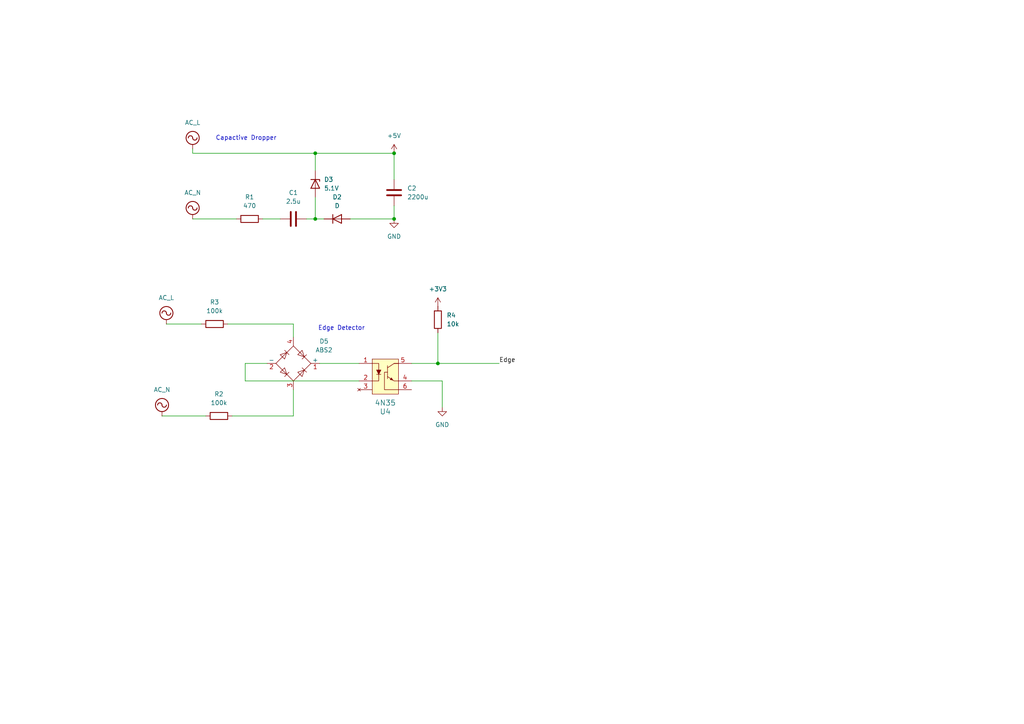
<source format=kicad_sch>
(kicad_sch (version 20231120) (generator "eeschema") (generator_version "8.0")
  (paper "A4")
  (lib_symbols
    (symbol "Device:C" (pin_numbers hide) (pin_names (offset 0.254))
      (property "Reference" "C" (at 0.635 2.54 0))
      (property "Value" "C" (at 0.635 -2.54 0))
      (symbol "C_0_1"
        (polyline (pts (xy -2.032 -0.762) (xy 2.032 -0.762)) (stroke (width 0.508)))
        (polyline (pts (xy -2.032 0.762) (xy 2.032 0.762)) (stroke (width 0.508)))
      )
      (symbol "C_1_1"
        (pin passive line (at 0 3.81 270) (length 2.794) (name "~") (number "1"))
        (pin passive line (at 0 -3.81 90) (length 2.794) (name "~") (number "2"))
      )
    )
    (symbol "Device:D" (pin_numbers hide) (pin_names (offset 1.016) hide)
      (property "Reference" "D" (at 0 2.54 0))
      (property "Value" "D" (at 0 -2.54 0))
      (symbol "D_0_1"
        (polyline (pts (xy -1.27 1.27) (xy -1.27 -1.27)) (stroke (width 0.254)))
        (polyline (pts (xy 1.27 0) (xy -1.27 0)))
        (polyline (pts (xy 1.27 1.27) (xy 1.27 -1.27) (xy -1.27 0) (xy 1.27 1.27)) (stroke (width 0.254)))
      )
      (symbol "D_1_1"
        (pin passive line (at -3.81 0 0) (length 2.54) (name "K") (number "1"))
        (pin passive line (at 3.81 0 180) (length 2.54) (name "A") (number "2"))
      )
    )
    (symbol "Device:D_Zener" (pin_numbers hide) (pin_names (offset 1.016) hide)
      (property "Reference" "D" (at 0 2.54 0))
      (property "Value" "D_Zener" (at 0 -2.54 0))
      (symbol "D_Zener_0_1"
        (polyline (pts (xy 1.27 0) (xy -1.27 0)))
        (polyline (pts (xy -1.27 -1.27) (xy -1.27 1.27) (xy -0.762 1.27)) (stroke (width 0.254)))
        (polyline (pts (xy 1.27 -1.27) (xy 1.27 1.27) (xy -1.27 0) (xy 1.27 -1.27)) (stroke (width 0.254)))
      )
      (symbol "D_Zener_1_1"
        (pin passive line (at -3.81 0 0) (length 2.54) (name "K") (number "1"))
        (pin passive line (at 3.81 0 180) (length 2.54) (name "A") (number "2"))
      )
    )
    (symbol "Device:R" (pin_numbers hide) (pin_names (offset 0))
      (property "Reference" "R" (at 2.032 0 90))
      (property "Value" "R" (at 0 0 90))
      (symbol "R_0_1"
        (rectangle (start -1.016 -2.54) (end 1.016 2.54) (stroke (width 0.254)))
      )
      (symbol "R_1_1"
        (pin passive line (at 0 3.81 270) (length 1.27) (name "~") (number "1"))
        (pin passive line (at 0 -3.81 90) (length 1.27) (name "~") (number "2"))
      )
    )
    (symbol "Diode_Bridge:ABS2" (pin_names (offset 0))
      (property "Reference" "D" (at 2.54 6.985 0))
      (property "Value" "ABS2" (at 2.54 5.08 0))
      (symbol "ABS2_0_1"
        (polyline (pts (xy -2.54 3.81) (xy -1.27 2.54)))
        (polyline (pts (xy -1.27 -2.54) (xy -2.54 -3.81)))
        (polyline (pts (xy 2.54 -1.27) (xy 3.81 -2.54)))
        (polyline (pts (xy 2.54 1.27) (xy 3.81 2.54)))
        (polyline (pts (xy -3.81 2.54) (xy -2.54 1.27) (xy -1.905 3.175) (xy -3.81 2.54)))
        (polyline (pts (xy -2.54 -1.27) (xy -3.81 -2.54) (xy -1.905 -3.175) (xy -2.54 -1.27)))
        (polyline (pts (xy 1.27 2.54) (xy 2.54 3.81) (xy 3.175 1.905) (xy 1.27 2.54)))
        (polyline (pts (xy 3.175 -1.905) (xy 1.27 -2.54) (xy 2.54 -3.81) (xy 3.175 -1.905)))
        (polyline (pts (xy -5.08 0) (xy 0 -5.08) (xy 5.08 0) (xy 0 5.08) (xy -5.08 0)))
      )
      (symbol "ABS2_1_1"
        (pin passive line (at 7.62 0 180) (length 2.54) (name "+") (number "1"))
        (pin passive line (at -7.62 0 0) (length 2.54) (name "-") (number "2"))
        (pin passive line (at 0 -7.62 90) (length 2.54) (name "~") (number "3"))
        (pin passive line (at 0 7.62 270) (length 2.54) (name "~") (number "4"))
      )
    )
    (symbol "dk_Optoisolators-Transistor-Photovoltaic-Output:4N35" (pin_names (offset 1.016))
      (property "Reference" "U" (at 0 5.08 0))
      (property "Value" "4N35" (at 0 -8.255 0))
      (symbol "4N35_0_1"
        (rectangle (start -3.81 3.81) (end 3.81 -6.35) (fill (type background)))
        (polyline (pts (xy -2.54 -0.635) (xy -1.27 -0.635)))
        (polyline (pts (xy 0.635 1.905) (xy 0.635 -1.905)))
        (polyline (pts (xy -3.81 -2.54) (xy -1.905 -2.54) (xy -1.905 -0.635)))
        (polyline (pts (xy -3.81 2.54) (xy -1.905 2.54) (xy -1.905 0.635)))
        (polyline (pts (xy 0.635 -1.27) (xy 2.54 -2.54) (xy 3.81 -2.54)))
        (polyline (pts (xy 0.635 1.27) (xy 2.54 2.54) (xy 3.81 2.54)))
        (polyline (pts (xy -2.54 0.635) (xy -1.27 0.635) (xy -1.905 -0.635) (xy -2.54 0.635)) (fill (type outline)))
        (polyline (pts (xy 2.159 -2.286) (xy 1.778 -1.651) (xy 1.397 -2.159) (xy 2.159 -2.286)) (fill (type outline)))
        (polyline (pts (xy 3.81 -5.08) (xy -0.254 -5.08) (xy -0.254 0) (xy 0.635 0)))
      )
      (symbol "4N35_1_1"
        (pin passive line (at -7.62 2.54 0) (length 3.81) (name "~") (number "1"))
        (pin passive line (at -7.62 -2.54 0) (length 3.81) (name "~") (number "2"))
        (pin no_connect line (at -7.62 -5.08 0) (length 3.81) (name "~") (number "3"))
        (pin passive line (at 7.62 -2.54 180) (length 3.81) (name "~") (number "4"))
        (pin output line (at 7.62 2.54 180) (length 5.08) (name "~") (number "5"))
        (pin input line (at 7.62 -5.08 180) (length 3.81) (name "~") (number "6"))
      )
    )
    (symbol "power:+3V3" (power) (pin_numbers hide) (pin_names (offset 0) hide)
      (property "Value" "+3V3" (at 0 3.556 0))
      (symbol "+3V3_0_1"
        (polyline (pts (xy -0.762 1.27) (xy 0 2.54)))
        (polyline (pts (xy 0 0) (xy 0 2.54)))
        (polyline (pts (xy 0 2.54) (xy 0.762 1.27)))
      )
      (symbol "+3V3_1_1"
        (pin power_in line (at 0 0 90) (length 0) (name "~") (number "1"))
      )
    )
    (symbol "power:+5V" (power) (pin_numbers hide) (pin_names (offset 0) hide)
      (property "Value" "+5V" (at 0 3.556 0))
      (symbol "+5V_0_1"
        (polyline (pts (xy -0.762 1.27) (xy 0 2.54)))
        (polyline (pts (xy 0 0) (xy 0 2.54)))
        (polyline (pts (xy 0 2.54) (xy 0.762 1.27)))
      )
      (symbol "+5V_1_1"
        (pin power_in line (at 0 0 90) (length 0) (name "~") (number "1"))
      )
    )
    (symbol "power:AC" (power) (pin_numbers hide) (pin_names (offset 0) hide)
      (property "Value" "AC" (at 0 6.35 0))
      (symbol "AC_0_1"
        (polyline (pts (xy 0 0) (xy 0 1.27)))
        (arc (start 0 3.175) (mid -0.635 3.8073) (end -1.27 3.175) (stroke (width 0.254)))
        (arc (start 0 3.175) (mid 0.635 2.5427) (end 1.27 3.175) (stroke (width 0.254)))
        (circle (center 0 3.175) (radius 1.905) (stroke (width 0.254)))
      )
      (symbol "AC_1_1"
        (pin power_in line (at 0 0 90) (length 0) (name "~") (number "1"))
      )
    )
    (symbol "power:GND" (power) (pin_numbers hide) (pin_names (offset 0) hide)
      (property "Value" "GND" (at 0 -3.81 0))
      (symbol "GND_0_1"
        (polyline (pts (xy 0 0) (xy 0 -1.27) (xy 1.27 -1.27) (xy 0 -2.54) (xy -1.27 -1.27) (xy 0 -1.27)))
      )
      (symbol "GND_1_1"
        (pin power_in line (at 0 0 270) (length 0) (name "~") (number "1"))
      )
    )
  )
  (junction (at 91.44 63.5))
  (junction (at 114.3 44.45))
  (junction (at 91.44 44.45))
  (junction (at 127 105.41))
  (junction (at 114.3 63.5))
  (wire (pts (xy 85.09 93.98) (xy 85.09 97.79)))
  (wire (pts (xy 101.6 63.5) (xy 114.3 63.5)))
  (wire (pts (xy 66.04 93.98) (xy 85.09 93.98)))
  (wire (pts (xy 114.3 59.69) (xy 114.3 63.5)))
  (wire (pts (xy 55.88 63.5) (xy 68.58 63.5)))
  (wire (pts (xy 67.31 120.65) (xy 85.09 120.65)))
  (wire (pts (xy 127 96.52) (xy 127 105.41)))
  (wire (pts (xy 48.26 93.98) (xy 58.42 93.98)))
  (wire (pts (xy 91.44 63.5) (xy 88.9 63.5)))
  (wire (pts (xy 128.27 110.49) (xy 128.27 118.11)))
  (wire (pts (xy 46.99 120.65) (xy 59.69 120.65)))
  (wire (pts (xy 55.88 44.45) (xy 91.44 44.45)))
  (wire (pts (xy 91.44 44.45) (xy 91.44 49.53)))
  (wire (pts (xy 114.3 52.07) (xy 114.3 44.45)))
  (wire (pts (xy 91.44 57.15) (xy 91.44 63.5)))
  (wire (pts (xy 85.09 113.03) (xy 85.09 120.65)))
  (wire (pts (xy 71.12 110.49) (xy 104.14 110.49)))
  (wire (pts (xy 114.3 44.45) (xy 91.44 44.45)))
  (wire (pts (xy 81.28 63.5) (xy 76.2 63.5)))
  (wire (pts (xy 104.14 105.41) (xy 92.71 105.41)))
  (wire (pts (xy 119.38 105.41) (xy 127 105.41)))
  (wire (pts (xy 119.38 110.49) (xy 128.27 110.49)))
  (wire (pts (xy 93.98 63.5) (xy 91.44 63.5)))
  (wire (pts (xy 71.12 105.41) (xy 71.12 110.49)))
  (wire (pts (xy 77.47 105.41) (xy 71.12 105.41)))
  (wire (pts (xy 55.88 43.18) (xy 55.88 44.45)))
  (wire (pts (xy 127 105.41) (xy 144.78 105.41)))
  (text "Capactive Dropper " (at 71.882 40.132 0) (effects (font (size 1.27 1.27))))
  (text "Edge Detector" (at 99.06 95.25 0) (effects (font (size 1.27 1.27))))
  (label "Edge" (at 144.78 105.41 0))
  (symbol (lib_id "Device:R") (at 63.5 120.65 90) (unit 1)
    (property "Reference" "R2" (at 63.5 114.3 90))
    (property "Value" "100k" (at 63.5 116.84 90))
    (property "Description" "Resistor" (effects (hide yes)))
  )
  (symbol (lib_id "Device:D") (at 97.79 63.5 0) (unit 1)
    (property "Reference" "D2" (at 97.79 57.15 0))
    (property "Value" "D" (at 97.79 59.69 0))
    (property "Description" "Diode" (effects (hide yes)))
    (property "Sim.Device" "D" (effects (hide yes)))
    (property "Sim.Pins" "1=K 2=A" (effects (hide yes)))
  )
  (symbol (lib_id "Device:D_Zener") (at 91.44 53.34 270) (unit 1)
    (property "Reference" "D3" (at 93.98 52.0699 90) (effects (justify left)))
    (property "Value" "5.1V" (at 93.98 54.6099 90) (effects (justify left)))
    (property "Description" "Zener diode" (effects (hide yes)))
  )
  (symbol (lib_id "power:AC") (at 46.99 120.65 0) (unit 1)
    (property "Reference" "#PWR07" (effects (hide yes)))
    (property "Value" "AC_N" (at 46.99 113.03 0))
    (property "Description" "Power symbol creates a global label with name \"AC\"" (effects (hide yes)))
  )
  (symbol (lib_id "Diode_Bridge:ABS2") (at 85.09 105.41 0) (unit 1)
    (property "Reference" "D5" (at 93.98 98.9898 0))
    (property "Value" "ABS2" (at 93.98 101.5298 0))
    (property "Footprint" "Diode_SMD:Diode_Bridge_Diotec_ABS" (effects (hide yes)))
    (property "Datasheet" "https://diotec.com/tl_files/diotec/files/pdf/datasheets/abs2.pdf" (effects (hide yes)))
    (property "Description" "Miniature Glass Passivated Single-Phase Surface Mount Bridge Rectifiers, 140V Vrms, 0.8A If, ABS SMD package" (effects (hide yes)))
  )
  (symbol (lib_id "Device:R") (at 72.39 63.5 90) (unit 1)
    (property "Reference" "R1" (at 72.39 57.15 90))
    (property "Value" "470" (at 72.39 59.69 90))
    (property "Description" "Resistor" (effects (hide yes)))
  )
  (symbol (lib_id "power:+5V") (at 114.3 44.45 0) (unit 1)
    (property "Reference" "#PWR05" (effects (hide yes)))
    (property "Value" "+5V" (at 114.3 39.37 0))
    (property "Description" "Power symbol creates a global label with name \"+5V\"" (effects (hide yes)))
  )
  (symbol (lib_id "Device:R") (at 62.23 93.98 90) (unit 1)
    (property "Reference" "R3" (at 62.23 87.63 90))
    (property "Value" "100k" (at 62.23 90.17 90))
    (property "Description" "Resistor" (effects (hide yes)))
  )
  (symbol (lib_id "power:AC") (at 48.26 93.98 0) (unit 1)
    (property "Reference" "#PWR08" (effects (hide yes)))
    (property "Value" "AC_L" (at 48.26 86.36 0))
    (property "Description" "Power symbol creates a global label with name \"AC\"" (effects (hide yes)))
  )
  (symbol (lib_id "Device:C") (at 114.3 55.88 0) (unit 1)
    (property "Reference" "C2" (at 118.11 54.6099 0) (effects (justify left)))
    (property "Value" "2200u" (at 118.11 57.1499 0) (effects (justify left)))
    (property "Description" "Unpolarized capacitor" (effects (hide yes)))
  )
  (symbol (lib_id "power:AC") (at 55.88 63.5 0) (unit 1)
    (property "Reference" "#PWR03" (effects (hide yes)))
    (property "Value" "AC_N" (at 55.88 55.88 0))
    (property "Description" "Power symbol creates a global label with name \"AC\"" (effects (hide yes)))
  )
  (symbol (lib_id "power:+3V3") (at 127 88.9 0) (unit 1)
    (property "Reference" "#PWR011" (effects (hide yes)))
    (property "Value" "+3V3" (at 127 83.82 0))
    (property "Description" "Power symbol creates a global label with name \"+3V3\"" (effects (hide yes)))
  )
  (symbol (lib_id "dk_Optoisolators-Transistor-Photovoltaic-Output:4N35") (at 111.76 107.95 0) (unit 1)
    (property "Reference" "U4" (at 111.76 119.38 0) (effects (font (size 1.524 1.524))))
    (property "Value" "4N35" (at 111.76 116.84 0) (effects (font (size 1.524 1.524))))
    (property "Footprint" "digikey-footprints:DIP-6_W7.62mm" (effects (hide yes)))
    (property "Datasheet" "http://optoelectronics.liteon.com/upload/download/DS-70-99-0012/4N3X%20Series%201115.pdf" (effects (hide yes)))
    (property "Description" "OPTOISO 3.55KV TRANS W/BASE 6DIP" (effects (hide yes)))
    (property "MPN" "4N35" (effects (hide yes)))
    (property "Category" "Isolators" (effects (hide yes)))
    (property "Family" "Optoisolators - Transistor, Photovoltaic Output" (effects (hide yes)))
    (property "DK_Datasheet_Link" "http://optoelectronics.liteon.com/upload/download/DS-70-99-0012/4N3X%20Series%201115.pdf" (effects (hide yes)))
    (property "DK_Detail_Page" "/product-detail/en/lite-on-inc/4N35/160-1304-5-ND/385766" (effects (hide yes)))
    (property "Description_1" "OPTOISO 3.55KV TRANS W/BASE 6DIP" (effects (hide yes)))
    (property "Manufacturer" "Lite-On Inc." (effects (hide yes)))
    (property "Status" "Active" (effects (hide yes)))
  )
  (symbol (lib_id "power:AC") (at 55.88 43.18 0) (unit 1)
    (property "Reference" "#PWR02" (effects (hide yes)))
    (property "Value" "AC_L" (at 55.88 35.56 0))
    (property "Description" "Power symbol creates a global label with name \"AC\"" (effects (hide yes)))
  )
  (symbol (lib_id "Device:C") (at 85.09 63.5 90) (unit 1)
    (property "Reference" "C1" (at 85.09 55.88 90))
    (property "Value" "2.5u" (at 85.09 58.42 90))
    (property "Description" "Unpolarized capacitor" (effects (hide yes)))
  )
  (symbol (lib_id "power:GND") (at 128.27 118.11 0) (unit 1)
    (property "Reference" "#PWR09" (effects (hide yes)))
    (property "Value" "GND" (at 128.27 123.19 0))
    (property "Description" "Power symbol creates a global label with name \"GND\" , ground" (effects (hide yes)))
  )
  (symbol (lib_id "Device:R") (at 127 92.71 180) (unit 1)
    (property "Reference" "R4" (at 129.54 91.4399 0) (effects (justify right)))
    (property "Value" "10k" (at 129.54 93.9799 0) (effects (justify right)))
    (property "Description" "Resistor" (effects (hide yes)))
  )
  (symbol (lib_id "power:GND") (at 114.3 63.5 0) (unit 1)
    (property "Reference" "#PWR04" (effects (hide yes)))
    (property "Value" "GND" (at 114.3 68.58 0))
    (property "Description" "Power symbol creates a global label with name \"GND\" , ground" (effects (hide yes)))
  )
)
</source>
